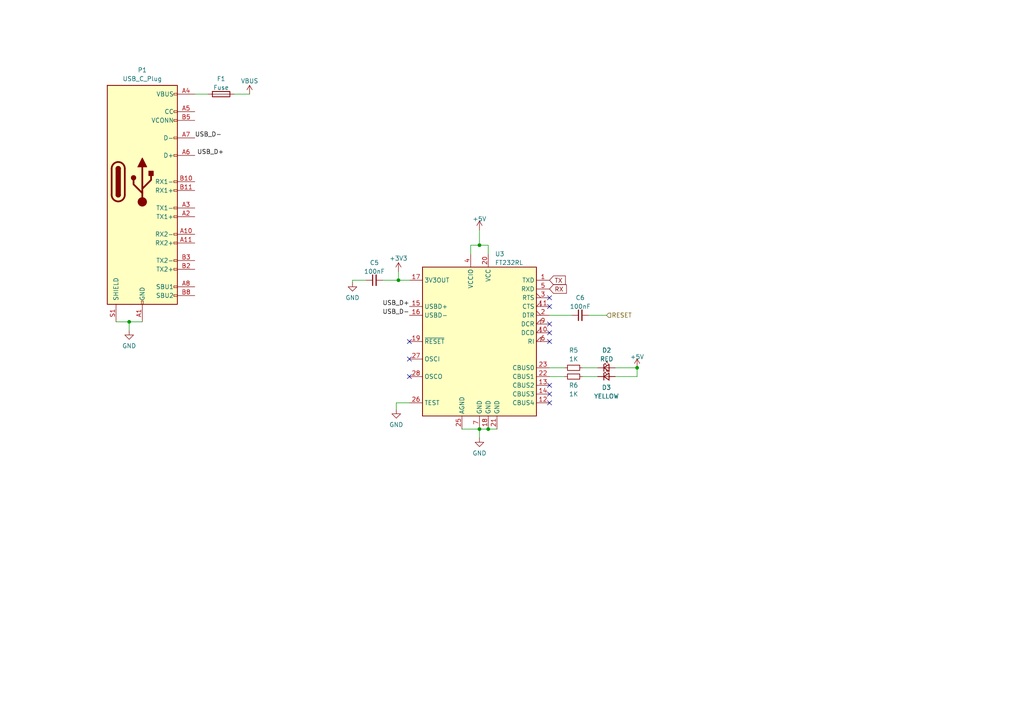
<source format=kicad_sch>
(kicad_sch (version 20230121) (generator eeschema)
  (paper "A4")
  (lib_symbols
    (symbol "Connector:USB_C_Plug" (pin_names (offset 1.016))
      (property "Reference" "P" (at -10.16 29.21 0))
      (property "Value" "USB_C_Plug" (at 10.16 29.21 0))
      (symbol "USB_C_Plug_0_0"
        (rectangle (start -0.254 -35.56) (end 0.254 -34.544))
        (rectangle (start 10.16 -32.766) (end 9.144 -33.274))
        (rectangle (start 10.16 -30.226) (end 9.144 -30.734))
        (rectangle (start 10.16 -25.146) (end 9.144 -25.654))
        (rectangle (start 10.16 -22.606) (end 9.144 -23.114))
        (rectangle (start 10.16 -17.526) (end 9.144 -18.034))
        (rectangle (start 10.16 -14.986) (end 9.144 -15.494))
        (rectangle (start 10.16 -9.906) (end 9.144 -10.414))
        (rectangle (start 10.16 -7.366) (end 9.144 -7.874))
        (rectangle (start 10.16 -2.286) (end 9.144 -2.794))
        (rectangle (start 10.16 0.254) (end 9.144 -0.254))
        (rectangle (start 10.16 7.874) (end 9.144 7.366))
        (rectangle (start 10.16 12.954) (end 9.144 12.446))
        (rectangle (start 10.16 18.034) (end 9.144 17.526))
        (rectangle (start 10.16 20.574) (end 9.144 20.066))
        (rectangle (start 10.16 25.654) (end 9.144 25.146))
      )
      (symbol "USB_C_Plug_0_1"
        (rectangle (start -10.16 27.94) (end 10.16 -35.56) (stroke (width 0.254)) (fill (type background)))
        (arc (start -8.89 -3.81) (mid -6.985 -5.7067) (end -5.08 -3.81) (stroke (width 0.508)))
        (arc (start -7.62 -3.81) (mid -6.985 -4.4423) (end -6.35 -3.81) (stroke (width 0.254)))
        (arc (start -7.62 -3.81) (mid -6.985 -4.4423) (end -6.35 -3.81) (stroke (width 0.254)) (fill (type outline)))
        (rectangle (start -7.62 -3.81) (end -6.35 3.81) (stroke (width 0.254)) (fill (type outline)))
        (arc (start -6.35 3.81) (mid -6.985 4.4423) (end -7.62 3.81) (stroke (width 0.254)))
        (arc (start -6.35 3.81) (mid -6.985 4.4423) (end -7.62 3.81) (stroke (width 0.254)) (fill (type outline)))
        (arc (start -5.08 3.81) (mid -6.985 5.7067) (end -8.89 3.81) (stroke (width 0.508)))
        (polyline (pts (xy -8.89 -3.81) (xy -8.89 3.81)) (stroke (width 0.508)))
        (polyline (pts (xy -5.08 3.81) (xy -5.08 -3.81)) (stroke (width 0.508)))
      )
      (symbol "USB_C_Plug_1_1"
        (circle (center -2.54 1.143) (radius 0.635) (stroke (width 0.254)) (fill (type outline)))
        (circle (center 0 -5.842) (radius 1.27) (fill (type outline)))
        (polyline (pts (xy 0 -5.842) (xy 0 4.318)) (stroke (width 0.508)))
        (polyline (pts (xy 0 -3.302) (xy -2.54 -0.762) (xy -2.54 0.508)) (stroke (width 0.508)))
        (polyline (pts (xy 0 -2.032) (xy 2.54 0.508) (xy 2.54 1.778)) (stroke (width 0.508)))
        (polyline (pts (xy -1.27 4.318) (xy 0 6.858) (xy 1.27 4.318) (xy -1.27 4.318)) (stroke (width 0.254)) (fill (type outline)))
        (rectangle (start 1.905 1.778) (end 3.175 3.048) (stroke (width 0.254)) (fill (type outline)))
        (pin passive line (at 0 -40.64 90) (length 5.08) (name "GND") (number "A1"))
        (pin bidirectional line (at 15.24 -15.24 180) (length 5.08) (name "RX2-") (number "A10"))
        (pin bidirectional line (at 15.24 -17.78 180) (length 5.08) (name "RX2+") (number "A11"))
        (pin passive line (at 0 -40.64 90) (length 5.08) hide (name "GND") (number "A12"))
        (pin bidirectional line (at 15.24 -10.16 180) (length 5.08) (name "TX1+") (number "A2"))
        (pin bidirectional line (at 15.24 -7.62 180) (length 5.08) (name "TX1-") (number "A3"))
        (pin passive line (at 15.24 25.4 180) (length 5.08) (name "VBUS") (number "A4"))
        (pin bidirectional line (at 15.24 20.32 180) (length 5.08) (name "CC") (number "A5"))
        (pin bidirectional line (at 15.24 7.62 180) (length 5.08) (name "D+") (number "A6"))
        (pin bidirectional line (at 15.24 12.7 180) (length 5.08) (name "D-") (number "A7"))
        (pin bidirectional line (at 15.24 -30.48 180) (length 5.08) (name "SBU1") (number "A8"))
        (pin passive line (at 15.24 25.4 180) (length 5.08) hide (name "VBUS") (number "A9"))
        (pin passive line (at 0 -40.64 90) (length 5.08) hide (name "GND") (number "B1"))
        (pin bidirectional line (at 15.24 0 180) (length 5.08) (name "RX1-") (number "B10"))
        (pin bidirectional line (at 15.24 -2.54 180) (length 5.08) (name "RX1+") (number "B11"))
        (pin passive line (at 0 -40.64 90) (length 5.08) hide (name "GND") (number "B12"))
        (pin bidirectional line (at 15.24 -25.4 180) (length 5.08) (name "TX2+") (number "B2"))
        (pin bidirectional line (at 15.24 -22.86 180) (length 5.08) (name "TX2-") (number "B3"))
        (pin passive line (at 15.24 25.4 180) (length 5.08) hide (name "VBUS") (number "B4"))
        (pin bidirectional line (at 15.24 17.78 180) (length 5.08) (name "VCONN") (number "B5"))
        (pin bidirectional line (at 15.24 -33.02 180) (length 5.08) (name "SBU2") (number "B8"))
        (pin passive line (at 15.24 25.4 180) (length 5.08) hide (name "VBUS") (number "B9"))
        (pin passive line (at -7.62 -40.64 90) (length 5.08) (name "SHIELD") (number "S1"))
      )
    )
    (symbol "Device:C_Small" (pin_numbers hide) (pin_names (offset 0.254) hide)
      (property "Reference" "C" (at 0.254 1.778 0))
      (property "Value" "C_Small" (at 0.254 -2.032 0))
      (symbol "C_Small_0_1"
        (polyline (pts (xy -1.524 -0.508) (xy 1.524 -0.508)) (stroke (width 0.3302)))
        (polyline (pts (xy -1.524 0.508) (xy 1.524 0.508)) (stroke (width 0.3048)))
      )
      (symbol "C_Small_1_1"
        (pin passive line (at 0 2.54 270) (length 2.032) (name "~") (number "1"))
        (pin passive line (at 0 -2.54 90) (length 2.032) (name "~") (number "2"))
      )
    )
    (symbol "Device:Fuse" (pin_numbers hide) (pin_names (offset 0))
      (property "Reference" "F" (at 2.032 0 90))
      (property "Value" "Fuse" (at -1.905 0 90))
      (symbol "Fuse_0_1"
        (rectangle (start -0.762 -2.54) (end 0.762 2.54) (stroke (width 0.254)))
        (polyline (pts (xy 0 2.54) (xy 0 -2.54)))
      )
      (symbol "Fuse_1_1"
        (pin passive line (at 0 3.81 270) (length 1.27) (name "~") (number "1"))
        (pin passive line (at 0 -3.81 90) (length 1.27) (name "~") (number "2"))
      )
    )
    (symbol "Device:LED_Small" (pin_numbers hide) (pin_names (offset 0.254) hide)
      (property "Reference" "D" (at -1.27 3.175 0))
      (property "Value" "LED_Small" (at -4.445 -2.54 0))
      (symbol "LED_Small_0_1"
        (polyline (pts (xy -0.762 -1.016) (xy -0.762 1.016)) (stroke (width 0.254)))
        (polyline (pts (xy 1.016 0) (xy -0.762 0)))
        (polyline (pts (xy 0.762 -1.016) (xy -0.762 0) (xy 0.762 1.016) (xy 0.762 -1.016)) (stroke (width 0.254)))
        (polyline (pts (xy 0 0.762) (xy -0.508 1.27) (xy -0.254 1.27) (xy -0.508 1.27) (xy -0.508 1.016)))
        (polyline (pts (xy 0.508 1.27) (xy 0 1.778) (xy 0.254 1.778) (xy 0 1.778) (xy 0 1.524)))
      )
      (symbol "LED_Small_1_1"
        (pin passive line (at -2.54 0 0) (length 1.778) (name "K") (number "1"))
        (pin passive line (at 2.54 0 180) (length 1.778) (name "A") (number "2"))
      )
    )
    (symbol "Device:R_Small" (pin_numbers hide) (pin_names (offset 0.254) hide)
      (property "Reference" "R" (at 0.762 0.508 0))
      (property "Value" "R_Small" (at 0.762 -1.016 0))
      (symbol "R_Small_0_1"
        (rectangle (start -0.762 1.778) (end 0.762 -1.778) (stroke (width 0.2032)))
      )
      (symbol "R_Small_1_1"
        (pin passive line (at 0 2.54 270) (length 0.762) (name "~") (number "1"))
        (pin passive line (at 0 -2.54 90) (length 0.762) (name "~") (number "2"))
      )
    )
    (symbol "Interface_USB:FT232RL"
      (property "Reference" "U" (at -16.51 22.86 0))
      (property "Value" "FT232RL" (at 10.16 22.86 0))
      (symbol "FT232RL_0_1"
        (rectangle (start -16.51 21.59) (end 16.51 -21.59) (stroke (width 0.254)) (fill (type background)))
      )
      (symbol "FT232RL_1_1"
        (pin output line (at 20.32 17.78 180) (length 3.81) (name "TXD") (number "1"))
        (pin input input_low (at 20.32 2.54 180) (length 3.81) (name "DCD") (number "10"))
        (pin input input_low (at 20.32 10.16 180) (length 3.81) (name "CTS") (number "11"))
        (pin bidirectional line (at 20.32 -17.78 180) (length 3.81) (name "CBUS4") (number "12"))
        (pin bidirectional line (at 20.32 -12.7 180) (length 3.81) (name "CBUS2") (number "13"))
        (pin bidirectional line (at 20.32 -15.24 180) (length 3.81) (name "CBUS3") (number "14"))
        (pin bidirectional line (at -20.32 10.16 0) (length 3.81) (name "USBD+") (number "15"))
        (pin bidirectional line (at -20.32 7.62 0) (length 3.81) (name "USBD-") (number "16"))
        (pin power_out line (at -20.32 17.78 0) (length 3.81) (name "3V3OUT") (number "17"))
        (pin power_in line (at 2.54 -25.4 90) (length 3.81) (name "GND") (number "18"))
        (pin input line (at -20.32 0 0) (length 3.81) (name "~{RESET}") (number "19"))
        (pin output output_low (at 20.32 7.62 180) (length 3.81) (name "DTR") (number "2"))
        (pin power_in line (at 2.54 25.4 270) (length 3.81) (name "VCC") (number "20"))
        (pin power_in line (at 5.08 -25.4 90) (length 3.81) (name "GND") (number "21"))
        (pin bidirectional line (at 20.32 -10.16 180) (length 3.81) (name "CBUS1") (number "22"))
        (pin bidirectional line (at 20.32 -7.62 180) (length 3.81) (name "CBUS0") (number "23"))
        (pin power_in line (at -5.08 -25.4 90) (length 3.81) (name "AGND") (number "25"))
        (pin input line (at -20.32 -17.78 0) (length 3.81) (name "TEST") (number "26"))
        (pin input line (at -20.32 -5.08 0) (length 3.81) (name "OSCI") (number "27"))
        (pin output line (at -20.32 -10.16 0) (length 3.81) (name "OSCO") (number "28"))
        (pin output output_low (at 20.32 12.7 180) (length 3.81) (name "RTS") (number "3"))
        (pin power_in line (at -2.54 25.4 270) (length 3.81) (name "VCCIO") (number "4"))
        (pin input line (at 20.32 15.24 180) (length 3.81) (name "RXD") (number "5"))
        (pin input input_low (at 20.32 0 180) (length 3.81) (name "RI") (number "6"))
        (pin power_in line (at 0 -25.4 90) (length 3.81) (name "GND") (number "7"))
        (pin input input_low (at 20.32 5.08 180) (length 3.81) (name "DCR") (number "9"))
      )
    )
    (symbol "power:+3V3" (power) (pin_names (offset 0))
      (property "Value" "+3V3" (at 0 3.556 0))
      (symbol "+3V3_0_1"
        (polyline (pts (xy -0.762 1.27) (xy 0 2.54)))
        (polyline (pts (xy 0 0) (xy 0 2.54)))
        (polyline (pts (xy 0 2.54) (xy 0.762 1.27)))
      )
      (symbol "+3V3_1_1"
        (pin power_in line (at 0 0 90) (length 0) hide (name "+3V3") (number "1"))
      )
    )
    (symbol "power:+5V" (power) (pin_names (offset 0))
      (property "Value" "+5V" (at 0 3.556 0))
      (symbol "+5V_0_1"
        (polyline (pts (xy -0.762 1.27) (xy 0 2.54)))
        (polyline (pts (xy 0 0) (xy 0 2.54)))
        (polyline (pts (xy 0 2.54) (xy 0.762 1.27)))
      )
      (symbol "+5V_1_1"
        (pin power_in line (at 0 0 90) (length 0) hide (name "+5V") (number "1"))
      )
    )
    (symbol "power:GND" (power) (pin_names (offset 0))
      (property "Value" "GND" (at 0 -3.81 0))
      (symbol "GND_0_1"
        (polyline (pts (xy 0 0) (xy 0 -1.27) (xy 1.27 -1.27) (xy 0 -2.54) (xy -1.27 -1.27) (xy 0 -1.27)))
      )
      (symbol "GND_1_1"
        (pin power_in line (at 0 0 270) (length 0) hide (name "GND") (number "1"))
      )
    )
    (symbol "power:VBUS" (power) (pin_names (offset 0))
      (property "Value" "VBUS" (at 0 3.81 0))
      (symbol "VBUS_0_1"
        (polyline (pts (xy -0.762 1.27) (xy 0 2.54)))
        (polyline (pts (xy 0 0) (xy 0 2.54)))
        (polyline (pts (xy 0 2.54) (xy 0.762 1.27)))
      )
      (symbol "VBUS_1_1"
        (pin power_in line (at 0 0 90) (length 0) hide (name "VBUS") (number "1"))
      )
    )
  )
  (junction (at 141.605 124.46))
  (junction (at 139.065 71.12))
  (junction (at 115.57 81.28))
  (junction (at 37.465 93.345))
  (junction (at 139.065 124.46))
  (junction (at 184.785 106.68))
  (no_connect (at 159.385 99.06))
  (no_connect (at 118.745 109.22))
  (no_connect (at 159.385 93.98))
  (no_connect (at 159.385 88.9))
  (no_connect (at 159.385 114.3))
  (no_connect (at 159.385 111.76))
  (no_connect (at 159.385 116.84))
  (no_connect (at 118.745 104.14))
  (no_connect (at 159.385 96.52))
  (no_connect (at 118.745 99.06))
  (no_connect (at 159.385 86.36))
  (wire (pts (xy 159.385 91.44) (xy 165.735 91.44)))
  (wire (pts (xy 37.465 93.345) (xy 37.465 95.885)))
  (wire (pts (xy 168.91 106.68) (xy 173.355 106.68)))
  (wire (pts (xy 159.385 109.22) (xy 163.83 109.22)))
  (wire (pts (xy 115.57 81.28) (xy 118.745 81.28)))
  (wire (pts (xy 136.525 71.12) (xy 139.065 71.12)))
  (wire (pts (xy 133.985 124.46) (xy 139.065 124.46)))
  (wire (pts (xy 115.57 78.74) (xy 115.57 81.28)))
  (wire (pts (xy 178.435 106.68) (xy 184.785 106.68)))
  (wire (pts (xy 114.935 118.745) (xy 114.935 116.84)))
  (wire (pts (xy 111.125 81.28) (xy 115.57 81.28)))
  (wire (pts (xy 139.065 124.46) (xy 141.605 124.46)))
  (wire (pts (xy 102.235 81.28) (xy 106.045 81.28)))
  (wire (pts (xy 102.235 81.28) (xy 102.235 81.915)))
  (wire (pts (xy 37.465 93.345) (xy 41.275 93.345)))
  (wire (pts (xy 56.515 27.305) (xy 60.325 27.305)))
  (wire (pts (xy 170.815 91.44) (xy 175.895 91.44)))
  (wire (pts (xy 67.945 27.305) (xy 72.39 27.305)))
  (wire (pts (xy 184.785 109.22) (xy 184.785 106.68)))
  (wire (pts (xy 141.605 124.46) (xy 144.145 124.46)))
  (wire (pts (xy 139.065 66.675) (xy 139.065 71.12)))
  (wire (pts (xy 178.435 109.22) (xy 184.785 109.22)))
  (wire (pts (xy 114.935 116.84) (xy 118.745 116.84)))
  (wire (pts (xy 33.655 93.345) (xy 37.465 93.345)))
  (wire (pts (xy 139.065 71.12) (xy 141.605 71.12)))
  (wire (pts (xy 136.525 73.66) (xy 136.525 71.12)))
  (wire (pts (xy 168.91 109.22) (xy 173.355 109.22)))
  (wire (pts (xy 139.065 124.46) (xy 139.065 127)))
  (wire (pts (xy 141.605 71.12) (xy 141.605 73.66)))
  (wire (pts (xy 159.385 106.68) (xy 163.83 106.68)))
  (label "USB_D-" (at 118.745 91.44 180))
  (label "USB_D+" (at 118.745 88.9 180))
  (label "USB_D+" (at 57.15 45.085 0))
  (label "USB_D-" (at 56.515 40.005 0))
  (global_label "TX" (shape input) (at 159.385 81.28 0) (property "Intersheetrefs" "${INTERSHEET_REFS}" (effects hide)))
  (global_label "RX" (shape input) (at 159.385 83.82 0) (property "Intersheetrefs" "${INTERSHEET_REFS}" (effects hide)))
  (hierarchical_label "RESET" (shape input) (at 175.895 91.44 0))
  (symbol (lib_id "Device:LED_Small") (at 175.895 106.68 0) (unit 1)
    (property "Reference" "D2" (at 175.9585 101.6 0))
    (property "Value" "RED" (at 175.9585 104.14 0))
  )
  (symbol (lib_id "Device:Fuse") (at 64.135 27.305 270) (unit 1)
    (property "Reference" "F1" (at 64.135 22.86 90))
    (property "Value" "Fuse" (at 64.135 25.4 90))
  )
  (symbol (lib_id "Device:R_Small") (at 166.37 106.68 90) (unit 1)
    (property "Reference" "R5" (at 166.37 101.6 90))
    (property "Value" "1K" (at 166.37 104.14 90))
  )
  (symbol (lib_id "power:GND") (at 37.465 95.885 0) (unit 1)
    (property "Reference" "#PWR016" (effects hide))
    (property "Value" "GND" (at 37.465 100.33 0))
  )
  (symbol (lib_id "power:GND") (at 114.935 118.745 0) (unit 1)
    (property "Reference" "#PWR014" (effects hide))
    (property "Value" "GND" (at 114.935 123.19 0))
  )
  (symbol (lib_id "power:+3V3") (at 115.57 78.74 0) (unit 1)
    (property "Reference" "#PWR09" (effects hide))
    (property "Value" "+3V3" (at 115.57 74.93 0))
  )
  (symbol (lib_id "power:VBUS") (at 72.39 27.305 0) (unit 1)
    (property "Reference" "#PWR011" (effects hide))
    (property "Value" "VBUS" (at 72.39 23.495 0))
  )
  (symbol (lib_id "Connector:USB_C_Plug") (at 41.275 52.705 0) (unit 1)
    (property "Reference" "P1" (at 41.275 20.32 0))
    (property "Value" "USB_C_Plug" (at 41.275 22.86 0))
    (property "Datasheet" "https://www.usb.org/sites/default/files/documents/usb_type-c.zip" (effects hide))
  )
  (symbol (lib_id "power:GND") (at 139.065 127 0) (unit 1)
    (property "Reference" "#PWR015" (effects hide))
    (property "Value" "GND" (at 139.065 131.445 0))
  )
  (symbol (lib_id "Device:R_Small") (at 166.37 109.22 90) (unit 1)
    (property "Reference" "R6" (at 166.37 111.76 90))
    (property "Value" "1K" (at 166.37 114.3 90))
  )
  (symbol (lib_id "power:+5V") (at 139.065 66.675 0) (unit 1)
    (property "Reference" "#PWR012" (effects hide))
    (property "Value" "+5V" (at 139.065 63.5 0))
  )
  (symbol (lib_id "power:+5V") (at 184.785 106.68 0) (unit 1)
    (property "Reference" "#PWR013" (effects hide))
    (property "Value" "+5V" (at 184.785 103.505 0))
  )
  (symbol (lib_id "Device:LED_Small") (at 175.895 109.22 0) (unit 1)
    (property "Reference" "D3" (at 175.895 112.395 0))
    (property "Value" "YELLOW" (at 175.895 114.935 0))
  )
  (symbol (lib_id "Device:C_Small") (at 108.585 81.28 90) (unit 1)
    (property "Reference" "C5" (at 108.5913 76.2 90))
    (property "Value" "100nF" (at 108.5913 78.74 90))
  )
  (symbol (lib_id "Interface_USB:FT232RL") (at 139.065 99.06 0) (unit 1)
    (property "Reference" "U3" (at 143.5609 73.66 0) (effects (justify left)))
    (property "Value" "FT232RL" (at 143.5609 76.2 0) (effects (justify left)))
    (property "Footprint" "Package_SO:SSOP-28_5.3x10.2mm_P0.65mm" (effects hide))
    (property "Datasheet" "https://www.ftdichip.com/Support/Documents/DataSheets/ICs/DS_FT232R.pdf" (effects hide))
    (instances (project "AtegoNano" (path "" (reference "U3") (unit 1)) (path "" (reference "U1") (unit 1))))
  )
  (symbol (lib_id "Device:C_Small") (at 168.275 91.44 90) (unit 1)
    (property "Reference" "C6" (at 168.2813 86.36 90))
    (property "Value" "100nF" (at 168.2813 88.9 90))
  )
  (symbol (lib_id "power:GND") (at 102.235 81.915 0) (unit 1)
    (property "Reference" "#PWR010" (effects hide))
    (property "Value" "GND" (at 102.235 86.36 0))
  )
)
</source>
